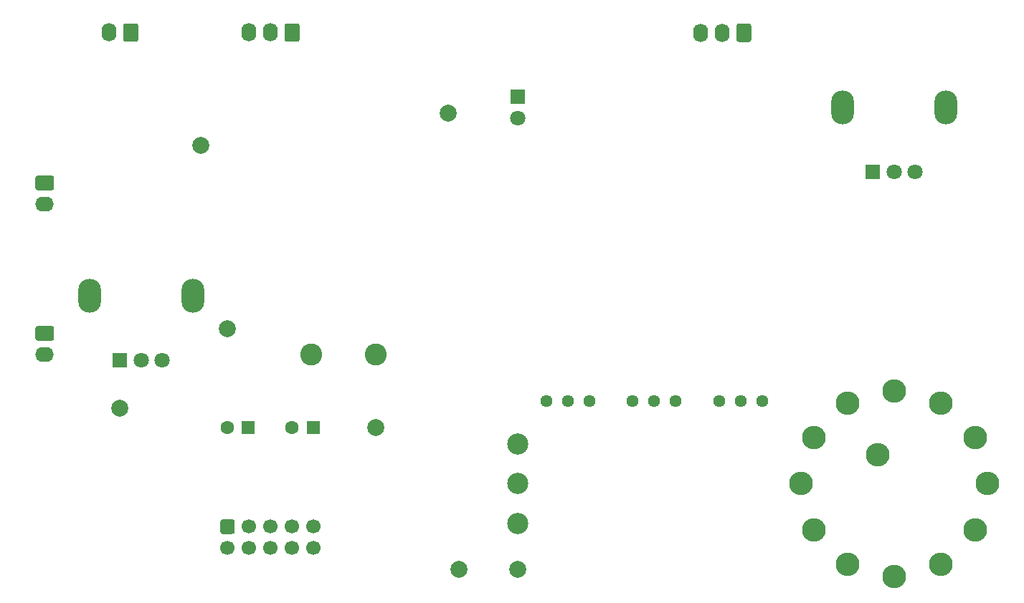
<source format=gts>
G04 #@! TF.GenerationSoftware,KiCad,Pcbnew,6.0.5+dfsg-1~bpo11+1*
G04 #@! TF.CreationDate,2022-07-21T21:01:22+00:00*
G04 #@! TF.ProjectId,mod_osc_board,6d6f645f-6f73-4635-9f62-6f6172642e6b,0*
G04 #@! TF.SameCoordinates,Original*
G04 #@! TF.FileFunction,Soldermask,Top*
G04 #@! TF.FilePolarity,Negative*
%FSLAX46Y46*%
G04 Gerber Fmt 4.6, Leading zero omitted, Abs format (unit mm)*
G04 Created by KiCad (PCBNEW 6.0.5+dfsg-1~bpo11+1) date 2022-07-21 21:01:22*
%MOMM*%
%LPD*%
G01*
G04 APERTURE LIST*
%ADD10C,2.500000*%
%ADD11O,2.720000X4.000000*%
%ADD12R,1.800000X1.800000*%
%ADD13C,1.800000*%
%ADD14O,2.800000X2.800000*%
%ADD15R,1.600000X1.600000*%
%ADD16C,1.600000*%
%ADD17C,1.440000*%
%ADD18C,2.000000*%
%ADD19O,1.740000X2.190000*%
%ADD20O,2.190000X1.740000*%
%ADD21C,2.600000*%
%ADD22C,1.700000*%
G04 APERTURE END LIST*
D10*
X149606000Y-125202800D03*
X149606000Y-120502800D03*
X149606000Y-115802800D03*
D11*
X111252000Y-98277800D03*
X99060000Y-98277800D03*
D12*
X102616000Y-105897800D03*
D13*
X105116000Y-105897800D03*
X107616000Y-105897800D03*
D14*
X184529721Y-115002801D03*
X188556000Y-110976521D03*
X194056000Y-109502800D03*
X199555999Y-110976521D03*
X203582279Y-115002801D03*
X205056000Y-120502800D03*
X203582279Y-126002800D03*
X199556000Y-130029079D03*
X194056000Y-131502800D03*
X188556000Y-130029079D03*
X184529721Y-126002800D03*
X183056000Y-120502800D03*
X192056000Y-117038698D03*
D11*
X187960000Y-76052800D03*
X200152000Y-76052800D03*
D12*
X191516000Y-83672800D03*
D13*
X194016000Y-83672800D03*
X196516000Y-83672800D03*
D12*
X149606000Y-74782800D03*
D13*
X149606000Y-77322800D03*
D15*
X125439800Y-113848000D03*
D16*
X122939800Y-113848000D03*
D17*
X152999600Y-110698400D03*
X155539600Y-110698400D03*
X158079600Y-110698400D03*
D18*
X149606000Y-130662800D03*
G36*
G01*
X177146000Y-66337800D02*
X177146000Y-68027800D01*
G75*
G02*
X176896000Y-68277800I-250000J0D01*
G01*
X175656000Y-68277800D01*
G75*
G02*
X175406000Y-68027800I0J250000D01*
G01*
X175406000Y-66337800D01*
G75*
G02*
X175656000Y-66087800I250000J0D01*
G01*
X176896000Y-66087800D01*
G75*
G02*
X177146000Y-66337800I0J-250000D01*
G01*
G37*
D19*
X173736000Y-67182800D03*
X171196000Y-67182800D03*
D18*
X142621000Y-130662800D03*
D17*
X163169600Y-110698400D03*
X165709600Y-110698400D03*
X168249600Y-110698400D03*
X173355000Y-110698400D03*
X175895000Y-110698400D03*
X178435000Y-110698400D03*
G36*
G01*
X92881000Y-101852800D02*
X94571000Y-101852800D01*
G75*
G02*
X94821000Y-102102800I0J-250000D01*
G01*
X94821000Y-103342800D01*
G75*
G02*
X94571000Y-103592800I-250000J0D01*
G01*
X92881000Y-103592800D01*
G75*
G02*
X92631000Y-103342800I0J250000D01*
G01*
X92631000Y-102102800D01*
G75*
G02*
X92881000Y-101852800I250000J0D01*
G01*
G37*
D20*
X93726000Y-105262800D03*
D18*
X102616000Y-111612800D03*
X112141000Y-80497800D03*
D15*
X117779800Y-113848000D03*
D16*
X115279800Y-113848000D03*
D21*
X125222000Y-105262800D03*
X132842000Y-105262800D03*
G36*
G01*
X92881000Y-84072800D02*
X94571000Y-84072800D01*
G75*
G02*
X94821000Y-84322800I0J-250000D01*
G01*
X94821000Y-85562800D01*
G75*
G02*
X94571000Y-85812800I-250000J0D01*
G01*
X92881000Y-85812800D01*
G75*
G02*
X92631000Y-85562800I0J250000D01*
G01*
X92631000Y-84322800D01*
G75*
G02*
X92881000Y-84072800I250000J0D01*
G01*
G37*
D20*
X93726000Y-87482800D03*
G36*
G01*
X123806000Y-66317800D02*
X123806000Y-68007800D01*
G75*
G02*
X123556000Y-68257800I-250000J0D01*
G01*
X122316000Y-68257800D01*
G75*
G02*
X122066000Y-68007800I0J250000D01*
G01*
X122066000Y-66317800D01*
G75*
G02*
X122316000Y-66067800I250000J0D01*
G01*
X123556000Y-66067800D01*
G75*
G02*
X123806000Y-66317800I0J-250000D01*
G01*
G37*
D19*
X120396000Y-67162800D03*
X117856000Y-67162800D03*
G36*
G01*
X104756000Y-66317800D02*
X104756000Y-68007800D01*
G75*
G02*
X104506000Y-68257800I-250000J0D01*
G01*
X103266000Y-68257800D01*
G75*
G02*
X103016000Y-68007800I0J250000D01*
G01*
X103016000Y-66317800D01*
G75*
G02*
X103266000Y-66067800I250000J0D01*
G01*
X104506000Y-66067800D01*
G75*
G02*
X104756000Y-66317800I0J-250000D01*
G01*
G37*
X101346000Y-67162800D03*
D18*
X115316000Y-102214800D03*
X141351000Y-76687800D03*
G36*
G01*
X114716000Y-124732800D02*
X115916000Y-124732800D01*
G75*
G02*
X116166000Y-124982800I0J-250000D01*
G01*
X116166000Y-126182800D01*
G75*
G02*
X115916000Y-126432800I-250000J0D01*
G01*
X114716000Y-126432800D01*
G75*
G02*
X114466000Y-126182800I0J250000D01*
G01*
X114466000Y-124982800D01*
G75*
G02*
X114716000Y-124732800I250000J0D01*
G01*
G37*
D22*
X115316000Y-128122800D03*
X117856000Y-125582800D03*
X117856000Y-128122800D03*
X120396000Y-125582800D03*
X120396000Y-128122800D03*
X122936000Y-125582800D03*
X122936000Y-128122800D03*
X125476000Y-125582800D03*
X125476000Y-128122800D03*
D18*
X132842000Y-113898800D03*
M02*

</source>
